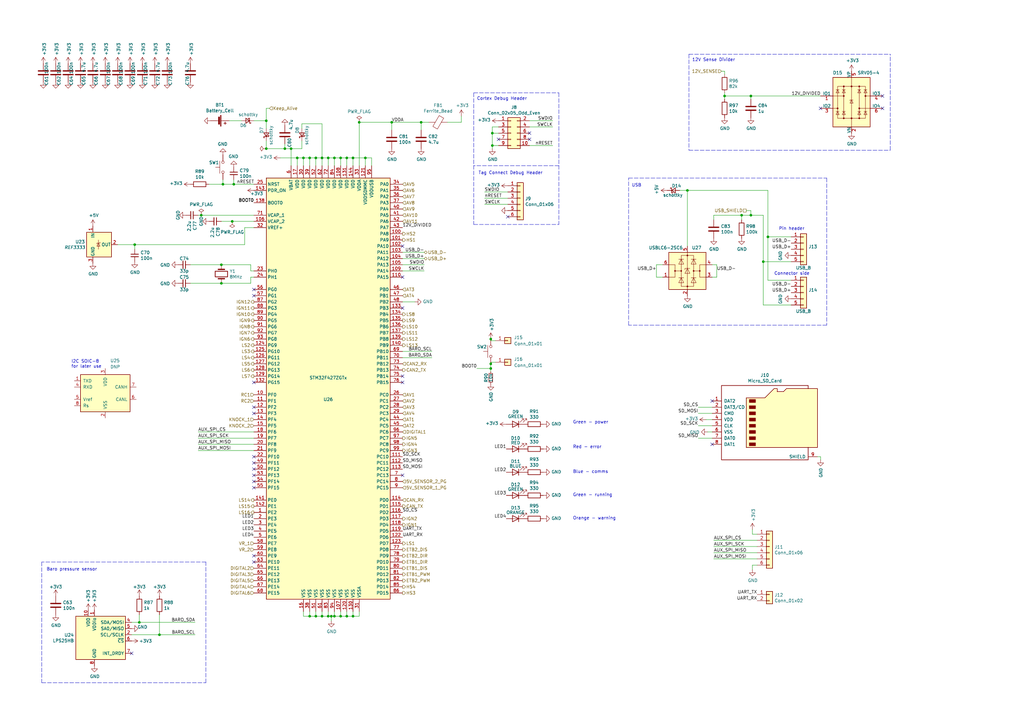
<source format=kicad_sch>
(kicad_sch (version 20211123) (generator eeschema)
  (paper "A3")
  (title_block (title "Polygonus") (date "2023-03-15") (rev "v0.7") (comment 2 "rusefi.com/s/proteus"))
  (junction (at 135.89 252.73))
  (junction (at 172.72 50.165))
  (junction (at 149.86 64.77))
  (junction (at 201.295 139.065))
  (junction (at 137.16 64.77))
  (junction (at 281.94 78.105))
  (junction (at 55.245 100.33))
  (junction (at 134.62 64.77))
  (junction (at 91.44 75.565))
  (junction (at 129.54 252.73))
  (junction (at 134.62 252.73))
  (junction (at 124.46 64.77))
  (junction (at 82.55 88.265))
  (junction (at 144.78 252.73))
  (junction (at 137.16 252.73))
  (junction (at 142.24 252.73))
  (junction (at 307.975 88.265))
  (junction (at 132.08 252.73))
  (junction (at 90.805 116.205))
  (junction (at 201.93 59.69))
  (junction (at 90.805 108.585))
  (junction (at 119.38 60.96))
  (junction (at 314.96 97.155))
  (junction (at 201.93 54.61))
  (junction (at 304.165 88.265))
  (junction (at 144.78 64.77))
  (junction (at 139.7 252.73))
  (junction (at 116.84 60.96))
  (junction (at 129.54 64.77))
  (junction (at 313.055 107.315))
  (junction (at 57.15 255.27))
  (junction (at 147.32 50.165))
  (junction (at 132.08 64.77))
  (junction (at 307.975 39.37))
  (junction (at 160.655 50.165))
  (junction (at 127 64.77))
  (junction (at 142.24 64.77))
  (junction (at 109.22 60.96))
  (junction (at 121.92 64.77))
  (junction (at 127 252.73))
  (junction (at 95.25 90.805))
  (junction (at 109.22 49.53))
  (junction (at 201.295 149.225))
  (junction (at 139.7 64.77))
  (junction (at 65.405 260.35))
  (junction (at 201.295 151.13))
  (junction (at 95.885 75.565))
  (junction (at 297.18 39.37))
  (no_connect (at 292.1 164.465))
  (no_connect (at 104.14 156.845))
  (no_connect (at 165.1 156.845))
  (no_connect (at 104.14 121.285))
  (no_connect (at 361.95 39.37))
  (no_connect (at 217.17 54.61))
  (no_connect (at 104.14 230.505))
  (no_connect (at 336.55 44.45))
  (no_connect (at 104.14 187.325))
  (no_connect (at 53.975 267.97))
  (no_connect (at 104.14 167.005))
  (no_connect (at 204.47 57.15))
  (no_connect (at 361.95 44.45))
  (no_connect (at 104.14 118.745))
  (no_connect (at 104.14 194.945))
  (no_connect (at 165.1 113.665))
  (no_connect (at 104.14 200.025))
  (no_connect (at 104.14 227.965))
  (no_connect (at 165.1 100.965))
  (no_connect (at 165.1 154.305))
  (no_connect (at 104.14 192.405))
  (no_connect (at 165.1 126.365))
  (no_connect (at 104.14 197.485))
  (no_connect (at 292.1 182.245))
  (no_connect (at 104.14 189.865))
  (no_connect (at 165.1 194.945))
  (no_connect (at 217.17 57.15))
  (no_connect (at 104.14 169.545))
  (no_connect (at 208.28 88.9))
  (wire (pts (xy 313.055 88.265) (xy 307.975 88.265)))
  (wire (pts (xy 90.805 108.585) (xy 78.105 108.585)))
  (wire (pts (xy 109.22 44.45) (xy 109.22 49.53)))
  (wire (pts (xy 55.245 100.33) (xy 100.33 100.33)))
  (wire (pts (xy 124.46 64.77) (xy 124.46 67.945)))
  (wire (pts (xy 90.805 90.805) (xy 95.25 90.805)))
  (wire (pts (xy 204.47 54.61) (xy 201.93 54.61)))
  (wire (pts (xy 109.22 49.53) (xy 109.22 52.705)))
  (wire (pts (xy 104.14 111.125) (xy 102.87 111.125)))
  (polyline (pts (xy 339.09 133.35) (xy 257.81 133.35)))
  (wire (pts (xy 139.7 67.945) (xy 139.7 64.77)))
  (wire (pts (xy 124.46 250.825) (xy 124.46 252.73)))
  (wire (pts (xy 313.055 107.315) (xy 324.485 107.315)))
  (wire (pts (xy 57.15 255.27) (xy 80.01 255.27)))
  (polyline (pts (xy 17.145 280.035) (xy 84.455 280.035)))
  (wire (pts (xy 292.735 224.155) (xy 310.515 224.155)))
  (polyline (pts (xy 17.145 230.505) (xy 17.145 280.035)))
  (wire (pts (xy 137.16 67.945) (xy 137.16 64.77)))
  (wire (pts (xy 142.24 252.73) (xy 144.78 252.73)))
  (wire (pts (xy 129.54 64.77) (xy 129.54 67.945)))
  (wire (pts (xy 123.825 57.785) (xy 123.825 60.96)))
  (wire (pts (xy 127 252.73) (xy 129.54 252.73)))
  (wire (pts (xy 297.18 39.37) (xy 307.975 39.37)))
  (wire (pts (xy 116.84 59.055) (xy 116.84 60.96)))
  (polyline (pts (xy 257.81 133.35) (xy 257.81 73.025)))
  (wire (pts (xy 269.24 108.585) (xy 269.24 113.665)))
  (wire (pts (xy 102.87 116.205) (xy 102.87 113.665)))
  (wire (pts (xy 132.08 67.945) (xy 132.08 64.77)))
  (wire (pts (xy 147.32 252.73) (xy 147.32 250.825)))
  (wire (pts (xy 152.4 64.77) (xy 149.86 64.77)))
  (wire (pts (xy 132.08 250.825) (xy 132.08 252.73)))
  (wire (pts (xy 172.72 50.165) (xy 175.895 50.165)))
  (wire (pts (xy 297.18 39.37) (xy 297.18 40.64)))
  (wire (pts (xy 123.825 50.8) (xy 123.825 52.705)))
  (wire (pts (xy 336.55 188.595) (xy 336.55 187.325)))
  (polyline (pts (xy 282.575 61.595) (xy 365.125 61.595)))
  (wire (pts (xy 297.18 29.21) (xy 295.91 29.21)))
  (wire (pts (xy 144.78 252.73) (xy 147.32 252.73)))
  (wire (pts (xy 226.695 59.69) (xy 217.17 59.69)))
  (wire (pts (xy 57.15 252.095) (xy 57.15 255.27)))
  (wire (pts (xy 165.1 146.685) (xy 177.165 146.685)))
  (wire (pts (xy 189.23 50.165) (xy 189.23 47.625)))
  (wire (pts (xy 100.33 93.345) (xy 100.33 100.33)))
  (wire (pts (xy 201.295 148.59) (xy 201.295 149.225)))
  (wire (pts (xy 297.18 30.48) (xy 297.18 29.21)))
  (wire (pts (xy 95.885 75.565) (xy 95.885 73.66)))
  (wire (pts (xy 201.93 59.69) (xy 201.93 54.61)))
  (wire (pts (xy 132.08 64.77) (xy 134.62 64.77)))
  (wire (pts (xy 307.975 39.37) (xy 307.975 40.64)))
  (wire (pts (xy 172.72 50.165) (xy 160.655 50.165)))
  (wire (pts (xy 132.08 252.73) (xy 134.62 252.73)))
  (wire (pts (xy 313.055 107.315) (xy 313.055 88.265)))
  (wire (pts (xy 142.24 64.77) (xy 144.78 64.77)))
  (polyline (pts (xy 365.125 61.595) (xy 365.125 22.225)))
  (wire (pts (xy 104.14 184.785) (xy 81.28 184.785)))
  (polyline (pts (xy 282.575 22.225) (xy 282.575 61.595)))
  (wire (pts (xy 203.2 148.59) (xy 201.295 148.59)))
  (wire (pts (xy 306.07 86.36) (xy 307.975 86.36)))
  (wire (pts (xy 104.14 88.265) (xy 82.55 88.265)))
  (wire (pts (xy 53.975 260.35) (xy 65.405 260.35)))
  (wire (pts (xy 204.47 59.69) (xy 201.93 59.69)))
  (wire (pts (xy 139.7 252.73) (xy 142.24 252.73)))
  (wire (pts (xy 48.26 100.33) (xy 55.245 100.33)))
  (wire (pts (xy 65.405 252.095) (xy 65.405 260.35)))
  (wire (pts (xy 152.4 67.945) (xy 152.4 64.77)))
  (wire (pts (xy 147.32 50.165) (xy 160.655 50.165)))
  (wire (pts (xy 281.94 78.105) (xy 278.765 78.105)))
  (wire (pts (xy 292.1 113.665) (xy 294.005 113.665)))
  (wire (pts (xy 129.54 64.77) (xy 132.08 64.77)))
  (wire (pts (xy 286.385 167.005) (xy 292.1 167.005)))
  (wire (pts (xy 304.165 90.17) (xy 304.165 88.265)))
  (wire (pts (xy 134.62 252.73) (xy 134.62 250.825)))
  (wire (pts (xy 289.56 172.085) (xy 292.1 172.085)))
  (polyline (pts (xy 229.235 67.945) (xy 194.31 67.945)))
  (wire (pts (xy 119.38 60.96) (xy 119.38 67.945)))
  (wire (pts (xy 297.18 38.1) (xy 297.18 39.37)))
  (wire (pts (xy 336.55 187.325) (xy 335.28 187.325)))
  (wire (pts (xy 119.38 60.96) (xy 116.84 60.96)))
  (wire (pts (xy 132.08 50.8) (xy 123.825 50.8)))
  (wire (pts (xy 114.935 64.77) (xy 121.92 64.77)))
  (wire (pts (xy 314.96 114.935) (xy 314.96 97.155)))
  (wire (pts (xy 81.28 179.705) (xy 104.14 179.705)))
  (wire (pts (xy 173.99 103.505) (xy 165.1 103.505)))
  (wire (pts (xy 90.805 108.585) (xy 102.87 108.585)))
  (wire (pts (xy 165.1 106.045) (xy 173.99 106.045)))
  (wire (pts (xy 308.61 233.68) (xy 308.61 231.775)))
  (wire (pts (xy 134.62 252.73) (xy 135.89 252.73)))
  (wire (pts (xy 310.515 229.235) (xy 292.735 229.235)))
  (wire (pts (xy 134.62 67.945) (xy 134.62 64.77)))
  (wire (pts (xy 93.98 49.53) (xy 99.06 49.53)))
  (polyline (pts (xy 194.31 38.1) (xy 194.31 92.075)))
  (wire (pts (xy 142.24 252.73) (xy 142.24 250.825)))
  (wire (pts (xy 201.295 139.7) (xy 201.295 139.065)))
  (wire (pts (xy 95.25 90.805) (xy 104.14 90.805)))
  (wire (pts (xy 104.14 182.245) (xy 81.28 182.245)))
  (wire (pts (xy 281.94 100.965) (xy 281.94 78.105)))
  (wire (pts (xy 170.18 123.825) (xy 165.1 123.825)))
  (wire (pts (xy 144.78 64.77) (xy 144.78 67.945)))
  (wire (pts (xy 65.405 260.35) (xy 80.01 260.35)))
  (wire (pts (xy 201.93 54.61) (xy 201.93 52.07)))
  (wire (pts (xy 313.055 125.095) (xy 324.485 125.095)))
  (wire (pts (xy 203.2 139.7) (xy 201.295 139.7)))
  (wire (pts (xy 127 64.77) (xy 127 67.945)))
  (wire (pts (xy 78.105 116.205) (xy 90.805 116.205)))
  (wire (pts (xy 292.735 221.615) (xy 310.515 221.615)))
  (wire (pts (xy 292.735 88.265) (xy 292.735 90.17)))
  (wire (pts (xy 82.55 88.265) (xy 81.28 88.265)))
  (wire (pts (xy 269.24 113.665) (xy 271.78 113.665)))
  (wire (pts (xy 324.485 97.155) (xy 314.96 97.155)))
  (wire (pts (xy 127 64.77) (xy 129.54 64.77)))
  (wire (pts (xy 116.84 60.96) (xy 109.22 60.96)))
  (polyline (pts (xy 194.31 92.075) (xy 229.235 92.075)))
  (polyline (pts (xy 282.575 22.225) (xy 365.125 22.225)))
  (wire (pts (xy 201.93 59.69) (xy 201.93 60.96)))
  (wire (pts (xy 121.92 64.77) (xy 124.46 64.77)))
  (wire (pts (xy 102.87 111.125) (xy 102.87 108.585)))
  (wire (pts (xy 286.385 169.545) (xy 292.1 169.545)))
  (polyline (pts (xy 257.81 73.025) (xy 339.09 73.025)))
  (wire (pts (xy 81.28 177.165) (xy 104.14 177.165)))
  (wire (pts (xy 314.96 78.105) (xy 281.94 78.105)))
  (wire (pts (xy 290.195 177.165) (xy 292.1 177.165)))
  (wire (pts (xy 160.655 50.165) (xy 160.655 53.34)))
  (wire (pts (xy 100.33 93.345) (xy 104.14 93.345)))
  (wire (pts (xy 201.93 52.07) (xy 204.47 52.07)))
  (wire (pts (xy 208.28 83.82) (xy 198.755 83.82)))
  (wire (pts (xy 132.08 64.77) (xy 132.08 50.8)))
  (wire (pts (xy 308.61 219.075) (xy 310.515 219.075)))
  (polyline (pts (xy 84.455 280.035) (xy 84.455 230.505)))
  (wire (pts (xy 294.005 108.585) (xy 294.005 113.665)))
  (wire (pts (xy 104.14 49.53) (xy 109.22 49.53)))
  (wire (pts (xy 314.96 97.155) (xy 314.96 78.105)))
  (wire (pts (xy 55.245 100.33) (xy 55.245 102.235)))
  (wire (pts (xy 307.975 39.37) (xy 336.55 39.37)))
  (wire (pts (xy 324.485 114.935) (xy 314.96 114.935)))
  (wire (pts (xy 201.295 151.13) (xy 201.295 149.225)))
  (wire (pts (xy 135.89 254.635) (xy 135.89 252.73)))
  (wire (pts (xy 147.32 50.165) (xy 147.32 67.945)))
  (wire (pts (xy 129.54 252.73) (xy 132.08 252.73)))
  (wire (pts (xy 95.885 75.565) (xy 104.14 75.565)))
  (wire (pts (xy 292.1 108.585) (xy 294.005 108.585)))
  (wire (pts (xy 137.16 250.825) (xy 137.16 252.73)))
  (wire (pts (xy 217.17 49.53) (xy 226.695 49.53)))
  (wire (pts (xy 183.515 50.165) (xy 189.23 50.165)))
  (wire (pts (xy 217.17 52.07) (xy 226.695 52.07)))
  (wire (pts (xy 304.165 88.265) (xy 292.735 88.265)))
  (wire (pts (xy 142.24 64.77) (xy 142.24 67.945)))
  (wire (pts (xy 139.7 250.825) (xy 139.7 252.73)))
  (wire (pts (xy 123.825 60.96) (xy 119.38 60.96)))
  (wire (pts (xy 129.54 250.825) (xy 129.54 252.73)))
  (wire (pts (xy 121.92 64.77) (xy 121.92 67.945)))
  (wire (pts (xy 53.975 255.27) (xy 57.15 255.27)))
  (wire (pts (xy 173.99 108.585) (xy 165.1 108.585)))
  (wire (pts (xy 109.22 60.96) (xy 109.22 57.785)))
  (wire (pts (xy 286.385 174.625) (xy 292.1 174.625)))
  (wire (pts (xy 269.24 108.585) (xy 271.78 108.585)))
  (polyline (pts (xy 194.31 38.1) (xy 229.235 38.1)))
  (wire (pts (xy 310.515 226.695) (xy 292.735 226.695)))
  (wire (pts (xy 286.385 179.705) (xy 292.1 179.705)))
  (wire (pts (xy 102.87 113.665) (xy 104.14 113.665)))
  (wire (pts (xy 134.62 64.77) (xy 137.16 64.77)))
  (wire (pts (xy 135.89 252.73) (xy 137.16 252.73)))
  (polyline (pts (xy 229.235 38.1) (xy 229.235 92.075)))
  (wire (pts (xy 172.72 53.34) (xy 172.72 50.165)))
  (wire (pts (xy 308.61 231.775) (xy 310.515 231.775)))
  (wire (pts (xy 308.61 217.17) (xy 308.61 219.075)))
  (wire (pts (xy 201.295 152.4) (xy 201.295 151.13)))
  (wire (pts (xy 173.99 111.125) (xy 165.1 111.125)))
  (wire (pts (xy 149.86 64.77) (xy 149.86 67.945)))
  (wire (pts (xy 91.44 73.66) (xy 91.44 75.565)))
  (wire (pts (xy 90.805 116.205) (xy 102.87 116.205)))
  (wire (pts (xy 91.44 75.565) (xy 95.885 75.565)))
  (polyline (pts (xy 339.09 73.025) (xy 339.09 133.35)))
  (wire (pts (xy 85.725 75.565) (xy 91.44 75.565)))
  (wire (pts (xy 177.165 144.145) (xy 165.1 144.145)))
  (wire (pts (xy 137.16 252.73) (xy 139.7 252.73)))
  (wire (pts (xy 313.055 107.315) (xy 313.055 125.095)))
  (wire (pts (xy 144.78 252.73) (xy 144.78 250.825)))
  (wire (pts (xy 139.7 64.77) (xy 142.24 64.77)))
  (wire (pts (xy 124.46 64.77) (xy 127 64.77)))
  (wire (pts (xy 307.975 88.265) (xy 304.165 88.265)))
  (polyline (pts (xy 84.455 230.505) (xy 17.145 230.505)))
  (wire (pts (xy 127 252.73) (xy 127 250.825)))
  (wire (pts (xy 110.49 44.45) (xy 109.22 44.45)))
  (wire (pts (xy 137.16 64.77) (xy 139.7 64.77)))
  (wire (pts (xy 198.755 81.28) (xy 208.28 81.28)))
  (wire (pts (xy 144.78 64.77) (xy 149.86 64.77)))
  (wire (pts (xy 201.295 151.13) (xy 195.58 151.13)))
  (wire (pts (xy 208.28 78.74) (xy 198.755 78.74)))
  (wire (pts (xy 124.46 252.73) (xy 127 252.73)))
  (wire (pts (xy 307.975 86.36) (xy 307.975 88.265)))
  (text "12V Sense Divider" (at 283.845 25.4 0) (effects (font (size 1.27 1.27)) (justify left bottom)))
  (text "Green - running" (at 234.95 203.835 0) (effects (font (size 1.27 1.27)) (justify left bottom)))
  (text "Green - power" (at 234.95 173.99 0) (effects (font (size 1.27 1.27)) (justify left bottom)))
  (text "Red - error" (at 234.95 184.15 0) (effects (font (size 1.27 1.27)) (justify left bottom)))
  (text "USB" (at 259.08 76.835 0) (effects (font (size 1.27 1.27)) (justify left bottom)))
  (text "Tag Connect Debug Header" (at 196.215 71.755 0) (effects (font (size 1.27 1.27)) (justify left bottom)))
  (text "Blue - comms" (at 234.95 194.31 0) (effects (font (size 1.27 1.27)) (justify left bottom)))
  (text "Orange - warning" (at 234.95 213.36 0) (effects (font (size 1.27 1.27)) (justify left bottom)))
  (text "Connector side" (at 317.5 113.03 0) (effects (font (size 1.27 1.27)) (justify left bottom)))
  (text "Pin header" (at 319.405 94.615 0) (effects (font (size 1.27 1.27)) (justify left bottom)))
  (text "Cortex Debug Header" (at 195.58 41.275 0) (effects (font (size 1.27 1.27)) (justify left bottom)))
  (text "Baro pressure sensor" (at 19.05 234.315 0) (effects (font (size 1.27 1.27)) (justify left bottom)))
  (text "I2C SOIC-8 \nfor later use" (at 29.21 151.13 0) (effects (font (size 1.27 1.27)) (justify left bottom)))
  (label "UART_RX" (at 310.515 246.38 180))
  (label "UART_TX" (at 165.1 217.805 0))
  (label "AUX_SPI_MISO" (at 292.735 226.695 0))
  (label "12V_DIVIDED" (at 165.1 93.345 0))
  (label "USB_D+" (at 173.99 106.045 180))
  (label "USB_D-" (at 324.485 99.695 180))
  (label "BARO_SCL" (at 80.01 260.35 180))
  (label "SD_SCK" (at 286.385 174.625 180))
  (label "SD_SCK" (at 165.1 187.325 0))
  (label "AUX_SPI_CS" (at 81.28 177.165 0))
  (label "BOOT0" (at 195.58 151.13 180))
  (label "SD_CS" (at 165.1 210.185 0))
  (label "LED4" (at 104.14 220.345 180))
  (label "USB_D+" (at 324.485 102.235 180))
  (label "SWDIO" (at 226.695 49.53 180))
  (label "SD_MOSI" (at 165.1 192.405 0))
  (label "SWDIO" (at 173.99 108.585 180))
  (label "USB_D+" (at 324.485 120.015 180))
  (label "LED1" (at 207.645 184.15 180))
  (label "AUX_SPI_MOSI" (at 292.735 229.235 0))
  (label "LED2" (at 104.14 215.265 180))
  (label "SD_MOSI" (at 286.385 169.545 180))
  (label "BARO_SDA" (at 80.01 255.27 180))
  (label "BARO_SDA" (at 177.165 146.685 180))
  (label "LED3" (at 207.645 203.2 180))
  (label "nRESET" (at 198.755 81.28 0))
  (label "SWCLK" (at 226.695 52.07 180))
  (label "VDDA" (at 160.655 50.165 0))
  (label "SWCLK" (at 198.755 83.82 0))
  (label "nRESET" (at 97.155 75.565 0))
  (label "AUX_SPI_MISO" (at 81.28 182.245 0))
  (label "BOOT0" (at 104.14 83.185 180))
  (label "USB_D-" (at 173.99 103.505 180))
  (label "USB_D-" (at 324.485 117.475 180))
  (label "BARO_SCL" (at 177.165 144.145 180))
  (label "SWCLK" (at 173.99 111.125 180))
  (label "nRESET" (at 226.695 59.69 180))
  (label "USB_D-" (at 294.005 111.125 0))
  (label "LED1" (at 104.14 212.725 180))
  (label "SD_CS" (at 286.385 167.005 180))
  (label "BOOT0" (at 104.14 83.185 180))
  (label "AUX_SPI_SCK" (at 292.735 224.155 0))
  (label "AUX_SPI_MOSI" (at 81.28 184.785 0))
  (label "12V_DIVIDED" (at 336.55 39.37 180))
  (label "SWDIO" (at 198.755 78.74 0))
  (label "USB_D+" (at 269.24 111.125 180))
  (label "UART_TX" (at 310.515 243.84 180))
  (label "LED3" (at 104.14 217.805 180))
  (label "AUX_SPI_CS" (at 292.735 221.615 0))
  (label "LED2" (at 207.645 193.675 180))
  (label "AUX_SPI_SCK" (at 81.28 179.705 0))
  (label "LED4" (at 207.645 212.725 180))
  (label "UART_RX" (at 165.1 220.345 0))
  (label "SD_MISO" (at 165.1 189.865 0))
  (label "SD_MISO" (at 286.385 179.705 180))
  (hierarchical_label "DIGITAL1" (shape input) (at 165.1 177.165 0))
  (hierarchical_label "KNOCK_2" (shape input) (at 104.14 174.625 180))
  (hierarchical_label "AT3" (shape input) (at 165.1 118.745 0))
  (hierarchical_label "LS7" (shape output) (at 104.14 154.305 180))
  (hierarchical_label "IGN1" (shape output) (at 165.1 215.265 0))
  (hierarchical_label "AV10" (shape input) (at 165.1 88.265 0))
  (hierarchical_label "5V_SENSOR_2_PG" (shape input) (at 165.1 197.485 0))
  (hierarchical_label "ETB1_DIS" (shape output) (at 165.1 233.045 0))
  (hierarchical_label "IGN11" (shape output) (at 104.14 126.365 180))
  (hierarchical_label "DIGITAL4" (shape input) (at 104.14 240.665 180))
  (hierarchical_label "AV6" (shape input) (at 165.1 78.105 0))
  (hierarchical_label "AV3" (shape input) (at 165.1 167.005 0))
  (hierarchical_label "AV8" (shape input) (at 165.1 83.185 0))
  (hierarchical_label "IGN6" (shape output) (at 104.14 139.065 180))
  (hierarchical_label "AV4" (shape input) (at 165.1 169.545 0))
  (hierarchical_label "AT4" (shape input) (at 165.1 121.285 0))
  (hierarchical_label "AV7" (shape input) (at 165.1 80.645 0))
  (hierarchical_label "DIGITAL5" (shape input) (at 104.14 238.125 180))
  (hierarchical_label "LS4" (shape output) (at 104.14 146.685 180))
  (hierarchical_label "IGN2" (shape output) (at 165.1 212.725 0))
  (hierarchical_label "ETB1_DIR" (shape output) (at 165.1 230.505 0))
  (hierarchical_label "CAN2_TX" (shape output) (at 165.1 151.765 0))
  (hierarchical_label "IGN10" (shape output) (at 104.14 128.905 180))
  (hierarchical_label "IGN5" (shape output) (at 165.1 179.705 0))
  (hierarchical_label "LS5" (shape output) (at 104.14 149.225 180))
  (hierarchical_label "CAN_RX" (shape input) (at 165.1 205.105 0))
  (hierarchical_label "RC1" (shape input) (at 104.14 161.925 180))
  (hierarchical_label "IGN12" (shape output) (at 104.14 123.825 180))
  (hierarchical_label "LS13" (shape output) (at 165.1 141.605 0))
  (hierarchical_label "HS4" (shape output) (at 165.1 240.665 0))
  (hierarchical_label "USB_D-" (shape bidirectional) (at 173.99 103.505 0))
  (hierarchical_label "AV11" (shape input) (at 165.1 90.805 0))
  (hierarchical_label "HS2" (shape output) (at 165.1 95.885 0))
  (hierarchical_label "USB_D+" (shape bidirectional) (at 173.99 106.045 0))
  (hierarchical_label "LS15" (shape output) (at 104.14 207.645 180))
  (hierarchical_label "LS8" (shape output) (at 165.1 128.905 0))
  (hierarchical_label "HS1" (shape output) (at 165.1 98.425 0))
  (hierarchical_label "DIGITAL6" (shape input) (at 104.14 243.205 180))
  (hierarchical_label "IGN3" (shape output) (at 165.1 184.785 0))
  (hierarchical_label "VR_2" (shape input) (at 104.14 225.425 180))
  (hierarchical_label "CAN2_RX" (shape input) (at 165.1 149.225 0))
  (hierarchical_label "LS11" (shape output) (at 165.1 136.525 0))
  (hierarchical_label "KNOCK_1" (shape input) (at 104.14 172.085 180))
  (hierarchical_label "LS6" (shape output) (at 104.14 151.765 180))
  (hierarchical_label "CAN_TX" (shape output) (at 165.1 207.645 0))
  (hierarchical_label "ETB2_DIS" (shape output) (at 165.1 225.425 0))
  (hierarchical_label "LS14" (shape output) (at 104.14 205.105 180))
  (hierarchical_label "12V_SENSE" (shape input) (at 295.91 29.21 180))
  (hierarchical_label "LS1" (shape output) (at 165.1 222.885 0))
  (hierarchical_label "LS9" (shape output) (at 165.1 131.445 0))
  (hierarchical_label "IGN9" (shape output) (at 104.14 131.445 180))
  (hierarchical_label "AV5" (shape input) (at 165.1 75.565 0))
  (hierarchical_label "LS12" (shape output) (at 165.1 139.065 0))
  (hierarchical_label "LS2" (shape output) (at 104.14 141.605 180))
  (hierarchical_label "AV2" (shape input) (at 165.1 164.465 0))
  (hierarchical_label "HS3" (shape output) (at 165.1 243.205 0))
  (hierarchical_label "DIGITAL2" (shape input) (at 104.14 233.045 180))
  (hierarchical_label "Keep_Alive" (shape input) (at 110.49 44.45 0))
  (hierarchical_label "LS16" (shape output) (at 104.14 210.185 180))
  (hierarchical_label "5V_SENSOR_1_PG" (shape input) (at 165.1 200.025 0))
  (hierarchical_label "VR_1" (shape input) (at 104.14 222.885 180))
  (hierarchical_label "AT2" (shape input) (at 165.1 174.625 0))
  (hierarchical_label "IGN8" (shape output) (at 104.14 133.985 180))
  (hierarchical_label "IGN7" (shape output) (at 104.14 136.525 180))
  (hierarchical_label "ETB2_PWM" (shape output) (at 165.1 238.125 0))
  (hierarchical_label "LS3" (shape output) (at 104.14 144.145 180))
  (hierarchical_label "RC2" (shape input) (at 104.14 164.465 180))
  (hierarchical_label "USB_SHIELD" (shape passive) (at 306.07 86.36 180))
  (hierarchical_label "ETB2_DIR" (shape output) (at 165.1 227.965 0))
  (hierarchical_label "LS10" (shape output) (at 165.1 133.985 0))
  (hierarchical_label "IGN4" (shape output) (at 165.1 182.245 0))
  (hierarchical_label "AV1" (shape input) (at 165.1 161.925 0))
  (hierarchical_label "ETB1_PWM" (shape output) (at 165.1 235.585 0))
  (hierarchical_label "AT1" (shape input) (at 165.1 172.085 0))
  (hierarchical_label "AV9" (shape input) (at 165.1 85.725 0))
  (hierarchical_label "DIGITAL3" (shape input) (at 104.14 235.585 180))
  (symbol (lib_id "MCU_ST_STM32F7:STM32F767ZITx") (at 134.62 159.385 0) (unit 1)
    (property "Reference" "U26" (at 134.62 163.83 0))
    (property "Value" "STM32F427ZGTx" (at 134.62 154.94 0))
    (property "Footprint" "Package_QFP:LQFP-144_20x20mm_P0.5mm" (effects hide))
    (property "Datasheet" "http://www.st.com/st-web-ui/static/active/en/resource/technical/document/datasheet/DM00273119.pdf" (effects hide))
    (property "PN" "STM32F767ZIT6" (effects hide))
    (property "LCSC" "C117816" (effects hide))
  )
  (symbol (lib_id "Device:C") (at 43.18 29.845 0) (mirror x) (unit 1)
    (property "Reference" "C67" (at 44.45 31.115 90) (effects (justify left)))
    (property "Value" "100n" (at 44.45 25.4 90) (effects (justify left)))
    (property "Footprint" "Capacitor_SMD:C_0603_1608Metric" (effects hide))
    (property "LCSC" "C14663" (effects hide))
    (property "LCSC_ext" "0" (effects hide))
  )
  (symbol (lib_id "Device:C") (at 48.26 29.845 0) (mirror x) (unit 1)
    (property "Reference" "C68" (at 49.53 31.115 90) (effects (justify left)))
    (property "Value" "100n" (at 49.53 25.4 90) (effects (justify left)))
    (property "Footprint" "Capacitor_SMD:C_0603_1608Metric" (effects hide))
    (property "LCSC" "C14663" (effects hide))
    (property "LCSC_ext" "0" (effects hide))
  )
  (symbol (lib_id "Device:C") (at 53.34 29.845 0) (mirror x) (unit 1)
    (property "Reference" "C69" (at 54.61 31.115 90) (effects (justify left)))
    (property "Value" "100n" (at 54.61 25.4 90) (effects (justify left)))
    (property "Footprint" "Capacitor_SMD:C_0603_1608Metric" (effects hide))
    (property "LCSC" "C14663" (effects hide))
    (property "LCSC_ext" "0" (effects hide))
  )
  (symbol (lib_id "Device:C") (at 58.42 29.845 0) (mirror x) (unit 1)
    (property "Reference" "C71" (at 59.69 31.115 90) (effects (justify left)))
    (property "Value" "100n" (at 59.69 25.4 90) (effects (justify left)))
    (property "Footprint" "Capacitor_SMD:C_0603_1608Metric" (effects hide))
    (property "LCSC" "C14663" (effects hide))
    (property "LCSC_ext" "0" (effects hide))
  )
  (symbol (lib_id "Device:C") (at 63.5 29.845 0) (mirror x) (unit 1)
    (property "Reference" "C72" (at 64.77 31.115 90) (effects (justify left)))
    (property "Value" "4.7u" (at 64.77 25.4 90) (effects (justify left)))
    (property "Footprint" "Capacitor_SMD:C_0603_1608Metric" (effects hide))
    (property "PN" "CGA3E2X7R1H103M080AA" (effects hide))
    (property "LCSC" "C19666" (effects hide))
    (property "LCSC_ext" "0" (effects hide))
  )
  (symbol (lib_id "Device:C") (at 68.58 29.845 0) (mirror x) (unit 1)
    (property "Reference" "C73" (at 69.85 31.115 90) (effects (justify left)))
    (property "Value" "100n" (at 69.85 25.4 90) (effects (justify left)))
    (property "Footprint" "Capacitor_SMD:C_0603_1608Metric" (effects hide))
    (property "LCSC" "C14663" (effects hide))
    (property "LCSC_ext" "0" (effects hide))
  )
  (symbol (lib_id "power:GND") (at 22.86 33.655 0) (mirror y) (unit 1)
    (property "Reference" "#PWR0145" (effects hide))
    (property "Value" "GND" (effects hide))
  )
  (symbol (lib_id "power:GND") (at 27.94 33.655 0) (mirror y) (unit 1)
    (property "Reference" "#PWR0149" (effects hide))
    (property "Value" "GND" (effects hide))
  )
  (symbol (lib_id "power:GND") (at 33.02 33.655 0) (mirror y) (unit 1)
    (property "Reference" "#PWR0151" (effects hide))
    (property "Value" "GND" (effects hide))
  )
  (symbol (lib_id "power:GND") (at 38.1 33.655 0) (mirror y) (unit 1)
    (property "Reference" "#PWR0154" (effects hide))
    (property "Value" "GND" (effects hide))
  )
  (symbol (lib_id "power:GND") (at 43.18 33.655 0) (mirror y) (unit 1)
    (property "Reference" "#PWR0160" (effects hide))
    (property "Value" "GND" (effects hide))
  )
  (symbol (lib_id "power:GND") (at 48.26 33.655 0) (mirror y) (unit 1)
    (property "Reference" "#PWR0162" (effects hide))
    (property "Value" "GND" (effects hide))
  )
  (symbol (lib_id "power:GND") (at 53.34 33.655 0) (mirror y) (unit 1)
    (property "Reference" "#PWR0164" (effects hide))
    (property "Value" "GND" (effects hide))
  )
  (symbol (lib_id "power:GND") (at 58.42 33.655 0) (mirror y) (unit 1)
    (property "Reference" "#PWR0170" (effects hide))
    (property "Value" "GND" (effects hide))
  )
  (symbol (lib_id "power:GND") (at 63.5 33.655 0) (mirror y) (unit 1)
    (property "Reference" "#PWR0172" (effects hide))
    (property "Value" "GND" (effects hide))
  )
  (symbol (lib_id "power:GND") (at 68.58 33.655 0) (mirror y) (unit 1)
    (property "Reference" "#PWR0175" (effects hide))
    (property "Value" "GND" (effects hide))
  )
  (symbol (lib_id "Device:C") (at 78.105 29.845 180) (unit 1)
    (property "Reference" "C76" (at 76.835 31.115 90) (effects (justify left)))
    (property "Value" "4.7u" (at 76.835 25.4 90) (effects (justify left)))
    (property "Footprint" "Capacitor_SMD:C_0603_1608Metric" (effects hide))
    (property "PN" "CGA3E2X7R1H103M080AA" (effects hide))
    (property "LCSC" "C19666" (effects hide))
    (property "LCSC_ext" "0" (effects hide))
  )
  (symbol (lib_id "power:GND") (at 78.105 33.655 0) (unit 1)
    (property "Reference" "#PWR0180" (effects hide))
    (property "Value" "GND" (effects hide))
  )
  (symbol (lib_id "Device:LED") (at 211.455 173.99 180) (unit 1)
    (property "Reference" "D9" (at 211.455 168.91 0))
    (property "Value" "GREEN" (at 211.455 170.815 0))
    (property "Footprint" "LED_SMD:LED_0603_1608Metric_Castellated" (effects hide))
    (property "LCSC" "C72043" (effects hide))
    (property "LCSC_ext" "0" (effects hide))
  )
  (symbol (lib_id "power:+3.3V") (at 207.645 173.99 90) (unit 1)
    (property "Reference" "#PWR0198" (effects hide))
    (property "Value" "+3.3V" (at 204.3938 173.609 90) (effects (justify left)))
  )
  (symbol (lib_id "Device:R") (at 219.075 173.99 270) (unit 1)
    (property "Reference" "R91" (at 219.075 168.7322 90))
    (property "Value" "330" (at 219.075 171.0436 90))
    (property "Footprint" "Resistor_SMD:R_0402_1005Metric" (effects hide))
    (property "LCSC" "C25104" (effects hide))
  )
  (symbol (lib_id "power:GND") (at 222.885 173.99 90) (unit 1)
    (property "Reference" "#PWR0201" (effects hide))
    (property "Value" "GND" (at 226.1362 173.863 90) (effects (justify right)))
  )
  (symbol (lib_id "Switch:SW_Push") (at 91.44 68.58 90) (unit 1)
    (property "Reference" "SW1" (at 85.725 66.675 90) (effects (justify right)))
    (property "Value" "SW_Push" (effects hide))
    (property "Footprint" "Button_Switch_SMD:SW_SPST_EVQQ2" (effects hide))
    (property "LCSC" "C318887" (effects hide))
    (property "LCSC_ext" "1" (effects hide))
  )
  (symbol (lib_id "power:GND") (at 91.44 63.5 180) (unit 1)
    (property "Reference" "#PWR0184" (effects hide))
    (property "Value" "GND" (at 91.313 59.1058 0))
  )
  (symbol (lib_id "power:+3.3V") (at 104.14 78.105 90) (unit 1)
    (property "Reference" "#PWR0186" (effects hide))
    (property "Value" "+3.3V" (at 107.95 79.375 90) (effects (justify left)))
  )
  (symbol (lib_id "power:GND") (at 135.89 254.635 0) (unit 1)
    (property "Reference" "#PWR0189" (effects hide))
    (property "Value" "GND" (at 136.017 259.0292 0))
  )
  (symbol (lib_id "power:+3.3V") (at 114.935 64.77 90) (unit 1)
    (property "Reference" "#PWR0187" (effects hide))
    (property "Value" "+3.3V" (at 111.6838 64.389 90) (effects (justify left)))
  )
  (symbol (lib_id "Device:Ferrite_Bead") (at 179.705 50.165 270) (unit 1)
    (property "Reference" "FB1" (at 179.705 43.2054 90))
    (property "Value" "Ferrite_Bead" (at 179.705 45.5168 90))
    (property "Footprint" "Inductor_SMD:L_0805_2012Metric" (effects hide))
    (property "LCSC" "C1015" (effects hide))
    (property "LCSC_ext" "0" (effects hide))
  )
  (symbol (lib_id "Device:C") (at 172.72 57.15 0) (unit 1)
    (property "Reference" "C82" (at 175.641 55.9816 0) (effects (justify left)))
    (property "Value" "4.7u" (at 175.641 58.293 0) (effects (justify left)))
    (property "Footprint" "Capacitor_SMD:C_0603_1608Metric" (effects hide))
    (property "LCSC" "C19666" (effects hide))
    (property "LCSC_ext" "0" (effects hide))
  )
  (symbol (lib_id "Device:C") (at 160.655 57.15 0) (unit 1)
    (property "Reference" "C81" (at 163.576 55.9816 0) (effects (justify left)))
    (property "Value" "100n" (at 163.576 58.293 0) (effects (justify left)))
    (property "Footprint" "Capacitor_SMD:C_0603_1608Metric" (effects hide))
    (property "LCSC" "C14663" (effects hide))
    (property "LCSC_ext" "0" (effects hide))
  )
  (symbol (lib_id "power:GND") (at 160.655 60.96 0) (unit 1)
    (property "Reference" "#PWR0190" (effects hide))
    (property "Value" "GND" (at 160.782 65.3542 0))
  )
  (symbol (lib_id "power:GND") (at 172.72 60.96 0) (unit 1)
    (property "Reference" "#PWR0192" (effects hide))
    (property "Value" "GND" (at 172.847 65.3542 0))
  )
  (symbol (lib_id "Device:C") (at 17.78 29.845 0) (mirror x) (unit 1)
    (property "Reference" "C61" (at 19.05 31.115 90) (effects (justify left)))
    (property "Value" "100n" (at 19.05 25.4 90) (effects (justify left)))
    (property "Footprint" "Capacitor_SMD:C_0603_1608Metric" (effects hide))
    (property "LCSC" "C14663" (effects hide))
    (property "LCSC_ext" "0" (effects hide))
  )
  (symbol (lib_id "Device:C") (at 22.86 29.845 0) (mirror x) (unit 1)
    (property "Reference" "C62" (at 24.13 31.115 90) (effects (justify left)))
    (property "Value" "100n" (at 24.13 25.4 90) (effects (justify left)))
    (property "Footprint" "Capacitor_SMD:C_0603_1608Metric" (effects hide))
    (property "LCSC" "C14663" (effects hide))
    (property "LCSC_ext" "0" (effects hide))
  )
  (symbol (lib_id "Device:C") (at 27.94 29.845 0) (mirror x) (unit 1)
    (property "Reference" "C64" (at 29.21 31.115 90) (effects (justify left)))
    (property "Value" "100n" (at 29.21 25.4 90) (effects (justify left)))
    (property "Footprint" "Capacitor_SMD:C_0603_1608Metric" (effects hide))
    (property "LCSC" "C14663" (effects hide))
    (property "LCSC_ext" "0" (effects hide))
  )
  (symbol (lib_id "Device:C") (at 33.02 29.845 0) (mirror x) (unit 1)
    (property "Reference" "C65" (at 34.29 31.115 90) (effects (justify left)))
    (property "Value" "4.7u" (at 34.29 25.4 90) (effects (justify left)))
    (property "Footprint" "Capacitor_SMD:C_0603_1608Metric" (effects hide))
    (property "PN" "CGA3E2X7R1H103M080AA" (effects hide))
    (property "LCSC" "C19666" (effects hide))
    (property "LCSC_ext" "0" (effects hide))
  )
  (symbol (lib_id "Device:C") (at 38.1 29.845 0) (mirror x) (unit 1)
    (property "Reference" "C66" (at 39.37 31.115 90) (effects (justify left)))
    (property "Value" "4.7u" (at 39.37 25.4 90) (effects (justify left)))
    (property "Footprint" "Capacitor_SMD:C_0603_1608Metric" (effects hide))
    (property "PN" "CGA3E2X7R1H103M080AA" (effects hide))
    (property "LCSC" "C19666" (effects hide))
    (property "LCSC_ext" "0" (effects hide))
  )
  (symbol (lib_id "power:GND") (at 17.78 33.655 0) (mirror y) (unit 1)
    (property "Reference" "#PWR0143" (effects hide))
    (property "Value" "GND" (effects hide))
  )
  (symbol (lib_id "Device:C_Small") (at 55.245 104.775 0) (unit 1)
    (property "Reference" "C70" (at 57.5818 103.6066 0) (effects (justify left)))
    (property "Value" "100n" (at 57.5818 105.918 0) (effects (justify left)))
    (property "Footprint" "Capacitor_SMD:C_0603_1608Metric" (effects hide))
    (property "LCSC" "C14663" (effects hide))
    (property "LCSC_ext" "0" (effects hide))
  )
  (symbol (lib_id "Device:C_Small") (at 88.265 90.805 270) (unit 1)
    (property "Reference" "C78" (at 89.4334 93.1418 0) (effects (justify left)))
    (property "Value" "2.2u" (at 87.122 93.1418 0) (effects (justify left)))
    (property "Footprint" "Capacitor_SMD:C_0603_1608Metric" (effects hide))
    (property "LCSC" "C23630" (effects hide))
    (property "LCSC_ext" "0" (effects hide))
  )
  (symbol (lib_id "Device:C_Small") (at 78.74 88.265 270) (unit 1)
    (property "Reference" "C77" (at 79.9084 90.6018 0) (effects (justify left)))
    (property "Value" "2.2u" (at 77.597 90.6018 0) (effects (justify left)))
    (property "Footprint" "Capacitor_SMD:C_0603_1608Metric" (effects hide))
    (property "LCSC" "C23630" (effects hide))
    (property "LCSC_ext" "0" (effects hide))
  )
  (symbol (lib_id "power:GND") (at 85.725 90.805 270) (unit 1)
    (property "Reference" "#PWR0182" (effects hide))
    (property "Value" "GND" (at 82.55 90.805 0))
  )
  (symbol (lib_id "power:GND") (at 76.2 88.265 270) (unit 1)
    (property "Reference" "#PWR0178" (effects hide))
    (property "Value" "GND" (at 73.025 88.265 0))
  )
  (symbol (lib_id "power:+3.3V") (at 189.23 47.625 0) (unit 1)
    (property "Reference" "#PWR0193" (effects hide))
    (property "Value" "+3.3V" (at 189.611 43.2308 0))
  )
  (symbol (lib_id "Device:C_Small") (at 95.885 71.12 0) (unit 1)
    (property "Reference" "C79" (at 98.2218 69.9516 0) (effects (justify left)))
    (property "Value" "100n" (at 98.2218 72.263 0) (effects (justify left)))
    (property "Footprint" "Capacitor_SMD:C_0603_1608Metric" (effects hide))
    (property "LCSC" "C14663" (effects hide))
    (property "LCSC_ext" "0" (effects hide))
  )
  (symbol (lib_id "Device:R") (at 81.915 75.565 270) (unit 1)
    (property "Reference" "R89" (at 81.915 70.3072 90))
    (property "Value" "10k" (at 81.915 72.6186 90))
    (property "Footprint" "Resistor_SMD:R_0402_1005Metric" (effects hide))
    (property "LCSC" "C25744" (effects hide))
    (property "LCSC_ext" "0" (effects hide))
  )
  (symbol (lib_id "power:+3.3V") (at 78.105 75.565 90) (unit 1)
    (property "Reference" "#PWR0181" (effects hide))
    (property "Value" "+3.3V" (at 74.8538 75.184 90) (effects (justify left)))
  )
  (symbol (lib_id "power:GND") (at 95.885 68.58 180) (unit 1)
    (property "Reference" "#PWR0185" (effects hide))
    (property "Value" "GND" (at 95.758 64.1858 0))
  )
  (symbol (lib_id "Device:C_Small") (at 75.565 108.585 270) (unit 1)
    (property "Reference" "C74" (at 75.565 106.045 90))
    (property "Value" "33p" (at 75.565 111.125 90))
    (property "Footprint" "Capacitor_SMD:C_0402_1005Metric" (effects hide))
    (property "LCSC" "C1562" (effects hide))
    (property "LCSC_ext" "0" (effects hide))
  )
  (symbol (lib_id "Device:C_Small") (at 75.565 116.205 270) (unit 1)
    (property "Reference" "C75" (at 75.565 113.665 90))
    (property "Value" "33p" (at 75.565 118.745 90))
    (property "Footprint" "Capacitor_SMD:C_0402_1005Metric" (effects hide))
    (property "LCSC" "C1562" (effects hide))
    (property "LCSC_ext" "0" (effects hide))
  )
  (symbol (lib_id "power:GND") (at 73.025 108.585 270) (unit 1)
    (property "Reference" "#PWR0176" (effects hide))
    (property "Value" "GND" (at 69.7738 108.712 90) (effects (justify right)))
  )
  (symbol (lib_id "power:GND") (at 73.025 116.205 270) (unit 1)
    (property "Reference" "#PWR0177" (effects hide))
    (property "Value" "GND" (at 69.7738 116.332 90) (effects (justify right)))
  )
  (symbol (lib_id "Connector_Generic:Conn_02x05_Odd_Even") (at 209.55 54.61 0) (unit 1)
    (property "Reference" "J8" (at 210.82 44.0182 0))
    (property "Value" "Conn_02x05_Odd_Even" (at 210.82 46.3296 0))
    (property "Footprint" "Connector_PinHeader_1.27mm:PinHeader_2x05_P1.27mm_Vertical_SMD" (effects hide))
    (property "PN" "FTSH-105-01-F-DV-007-K" (effects hide))
    (property "LCSC" "N/A" (effects hide))
  )
  (symbol (lib_id "power:GND") (at 201.93 60.96 0) (unit 1)
    (property "Reference" "#PWR0196" (effects hide))
    (property "Value" "GND" (at 202.057 65.3542 0))
  )
  (symbol (lib_id "power:+3.3V") (at 204.47 49.53 90) (unit 1)
    (property "Reference" "#PWR0197" (effects hide))
    (property "Value" "+3.3V" (at 201.2188 49.149 90) (effects (justify left)))
  )
  (symbol (lib_id "Device:C") (at 292.735 93.98 0) (unit 1)
    (property "Reference" "C83" (at 295.656 92.8116 0) (effects (justify left)))
    (property "Value" "100n" (at 295.656 95.123 0) (effects (justify left)))
    (property "Footprint" "Capacitor_SMD:C_0603_1608Metric" (effects hide))
    (property "LCSC" "C14663" (effects hide))
    (property "LCSC_ext" "0" (effects hide))
  )
  (symbol (lib_id "Device:R") (at 304.165 93.98 0) (unit 1)
    (property "Reference" "R98" (at 305.943 92.8116 0) (effects (justify left)))
    (property "Value" "100k" (at 305.943 95.123 0) (effects (justify left)))
    (property "Footprint" "Resistor_SMD:R_0402_1005Metric" (effects hide))
    (property "LCSC" "C25741" (effects hide))
    (property "LCSC_ext" "0" (effects hide))
  )
  (symbol (lib_id "power:GND") (at 304.165 97.79 0) (unit 1)
    (property "Reference" "#PWR0212" (effects hide))
    (property "Value" "GND" (at 304.292 102.1842 0))
  )
  (symbol (lib_id "power:GND") (at 292.735 97.79 0) (unit 1)
    (property "Reference" "#PWR0210" (effects hide))
    (property "Value" "GND" (at 292.862 102.1842 0))
  )
  (symbol (lib_id "Device:R") (at 297.18 34.29 0) (unit 1)
    (property "Reference" "R96" (at 298.958 33.1216 0) (effects (justify left)))
    (property "Value" "82k" (at 298.958 35.433 0) (effects (justify left)))
    (property "Footprint" "Resistor_SMD:R_0603_1608Metric" (effects hide))
    (property "LCSC" "C23254" (effects hide))
    (property "LCSC_ext" "0" (effects hide))
  )
  (symbol (lib_id "Device:R") (at 297.18 44.45 0) (unit 1)
    (property "Reference" "R97" (at 298.958 43.2816 0) (effects (justify left)))
    (property "Value" "10k" (at 298.958 45.593 0) (effects (justify left)))
    (property "Footprint" "Resistor_SMD:R_0402_1005Metric" (effects hide))
    (property "LCSC" "C25744" (effects hide))
    (property "LCSC_ext" "0" (effects hide))
  )
  (symbol (lib_id "power:GND") (at 297.18 48.26 0) (unit 1)
    (property "Reference" "#PWR0211" (effects hide))
    (property "Value" "GND" (at 297.307 52.6542 0))
  )
  (symbol (lib_id "Device:LED") (at 211.455 184.15 180) (unit 1)
    (property "Reference" "D10" (at 211.455 179.705 0))
    (property "Value" "RED" (at 211.455 181.61 0))
    (property "Footprint" "LED_SMD:LED_0603_1608Metric_Castellated" (effects hide))
    (property "LCSC" "C2286" (effects hide))
    (property "LCSC_ext" "0" (effects hide))
  )
  (symbol (lib_id "Device:R") (at 219.075 184.15 270) (unit 1)
    (property "Reference" "R92" (at 219.075 178.8922 90))
    (property "Value" "330" (at 219.075 181.2036 90))
    (property "Footprint" "Resistor_SMD:R_0402_1005Metric" (effects hide))
    (property "LCSC" "C25104" (effects hide))
  )
  (symbol (lib_id "power:GND") (at 222.885 184.15 90) (unit 1)
    (property "Reference" "#PWR0202" (effects hide))
    (property "Value" "GND" (at 226.1362 184.023 90) (effects (justify right)))
  )
  (symbol (lib_id "power:GND") (at 349.25 54.61 0) (unit 1)
    (property "Reference" "#PWR0220" (effects hide))
    (property "Value" "GND" (at 349.377 59.0042 0))
  )
  (symbol (lib_id "power:+3.3V") (at 349.25 29.21 0) (unit 1)
    (property "Reference" "#PWR0219" (effects hide))
    (property "Value" "+3.3V" (at 349.631 24.8158 0))
  )
  (symbol (lib_id "Device:LED") (at 211.455 193.675 180) (unit 1)
    (property "Reference" "D11" (at 211.455 189.23 0))
    (property "Value" "BLUE" (at 211.455 191.135 0))
    (property "Footprint" "LED_SMD:LED_0603_1608Metric_Castellated" (effects hide))
    (property "LCSC" "C72041" (effects hide))
    (property "LCSC_ext" "0" (effects hide))
  )
  (symbol (lib_id "Device:R") (at 219.075 193.675 270) (unit 1)
    (property "Reference" "R93" (at 219.075 188.4172 90))
    (property "Value" "330" (at 219.075 190.7286 90))
    (property "Footprint" "Resistor_SMD:R_0402_1005Metric" (effects hide))
    (property "LCSC" "C25104" (effects hide))
  )
  (symbol (lib_id "power:GND") (at 222.885 193.675 90) (unit 1)
    (property "Reference" "#PWR0203" (effects hide))
    (property "Value" "GND" (at 226.1362 193.548 90) (effects (justify right)))
  )
  (symbol (lib_id "Device:LED") (at 211.455 203.2 180) (unit 1)
    (property "Reference" "D12" (at 211.455 198.755 0))
    (property "Value" "GREEN" (at 211.455 200.66 0))
    (property "Footprint" "LED_SMD:LED_0603_1608Metric_Castellated" (effects hide))
    (property "LCSC" "C72043" (effects hide))
    (property "LCSC_ext" "0" (effects hide))
  )
  (symbol (lib_id "Device:R") (at 219.075 203.2 270) (unit 1)
    (property "Reference" "R94" (at 219.075 197.9422 90))
    (property "Value" "330" (at 219.075 200.2536 90))
    (property "Footprint" "Resistor_SMD:R_0402_1005Metric" (effects hide))
    (property "LCSC" "C25104" (effects hide))
  )
  (symbol (lib_id "power:GND") (at 222.885 203.2 90) (unit 1)
    (property "Reference" "#PWR0204" (effects hide))
    (property "Value" "GND" (at 226.1362 203.073 90) (effects (justify right)))
  )
  (symbol (lib_id "Device:LED") (at 211.455 212.725 180) (unit 1)
    (property "Reference" "D13" (at 211.455 208.28 0))
    (property "Value" "ORANGE" (at 211.455 210.185 0))
    (property "Footprint" "LED_SMD:LED_0603_1608Metric_Castellated" (effects hide))
    (property "LCSC" "C72038" (effects hide))
    (property "LCSC_ext" "0" (effects hide))
  )
  (symbol (lib_id "Device:R") (at 219.075 212.725 270) (unit 1)
    (property "Reference" "R95" (at 219.075 207.4672 90))
    (property "Value" "330" (at 219.075 209.7786 90))
    (property "Footprint" "Resistor_SMD:R_0402_1005Metric" (effects hide))
    (property "LCSC" "C25104" (effects hide))
  )
  (symbol (lib_id "power:GND") (at 222.885 212.725 90) (unit 1)
    (property "Reference" "#PWR0205" (effects hide))
    (property "Value" "GND" (at 226.1362 212.598 90) (effects (justify right)))
  )
  (symbol (lib_id "Device:C") (at 307.975 44.45 0) (unit 1)
    (property "Reference" "C84" (at 310.896 43.2816 0) (effects (justify left)))
    (property "Value" "1u" (at 310.896 45.593 0) (effects (justify left)))
    (property "Footprint" "Capacitor_SMD:C_0603_1608Metric" (effects hide))
    (property "LCSC" "C15849" (effects hide))
    (property "LCSC_ext" "0" (effects hide))
  )
  (symbol (lib_id "power:GND") (at 307.975 48.26 0) (unit 1)
    (property "Reference" "#PWR0213" (effects hide))
    (property "Value" "GND" (at 308.102 52.6542 0))
  )
  (symbol (lib_id "power:+5V") (at 273.685 78.105 90) (unit 1)
    (property "Reference" "#PWR0206" (effects hide))
    (property "Value" "+5V" (at 269.2908 77.724 0))
  )
  (symbol (lib_id "Device:D_Schottky_Small") (at 276.225 78.105 0) (unit 1)
    (property "Reference" "D14" (at 279.4 76.2 0) (effects (justify right)))
    (property "Value" "schottky" (at 280.035 80.01 0) (effects (justify right)))
    (property "Footprint" "Diode_SMD:D_SOD-123" (effects hide))
    (property "LCSC" "C8598" (effects hide))
    (property "LCSC_ext" "0" (effects hide))
  )
  (symbol (lib_id "power:GND") (at 281.94 121.285 0) (unit 1)
    (property "Reference" "#PWR0207" (effects hide))
    (property "Value" "GND" (at 282.067 125.6792 0))
  )
  (symbol (lib_id "Switch:SW_Push") (at 201.295 144.145 90) (unit 1)
    (property "Reference" "SW2" (at 195.58 142.24 90) (effects (justify right)))
    (property "Value" "SW_Push" (effects hide))
    (property "Footprint" "Button_Switch_SMD:SW_SPST_EVQQ2" (effects hide))
    (property "LCSC" "C318887" (effects hide))
    (property "LCSC_ext" "1" (effects hide))
  )
  (symbol (lib_id "power:GND") (at 201.295 157.48 0) (unit 1)
    (property "Reference" "#PWR0195" (effects hide))
    (property "Value" "GND" (at 201.422 160.7312 90) (effects (justify right)))
  )
  (symbol (lib_id "Device:R_Small") (at 201.295 154.94 0) (unit 1)
    (property "Reference" "R90" (at 199.39 154.94 90))
    (property "Value" "10k" (at 201.295 154.94 90))
    (property "Footprint" "Resistor_SMD:R_0402_1005Metric" (effects hide))
    (property "LCSC" "C25744" (effects hide))
    (property "LCSC_ext" "0" (effects hide))
  )
  (symbol (lib_id "power:+3.3V") (at 201.295 139.065 0) (unit 1)
    (property "Reference" "#PWR0194" (effects hide))
    (property "Value" "+3.3V" (at 201.676 135.8138 90) (effects (justify left)))
  )
  (symbol (lib_id "power:PWR_FLAG") (at 147.32 50.165 0) (unit 1)
    (property "Reference" "#FLG010" (effects hide))
    (property "Value" "PWR_FLAG" (at 147.32 45.7708 0))
  )
  (symbol (lib_id "power:PWR_FLAG") (at 82.55 88.265 0) (unit 1)
    (property "Reference" "#FLG07" (effects hide))
    (property "Value" "PWR_FLAG" (at 82.55 83.8708 0))
  )
  (symbol (lib_id "power:PWR_FLAG") (at 95.25 90.805 180) (unit 1)
    (property "Reference" "#FLG08" (effects hide))
    (property "Value" "PWR_FLAG" (at 95.25 95.1992 0))
  )
  (symbol (lib_id "Connector_Generic:Conn_01x05") (at 329.565 102.235 0) (unit 1)
    (property "Reference" "J13" (at 331.597 101.1682 0) (effects (justify left)))
    (property "Value" "USB_B" (at 326.39 109.855 0) (effects (justify left)))
    (property "Footprint" "conn_5_2.5mm:conn_5_2.5mm" (effects hide))
    (property "PN" "UB-20PMFP-LC7002" (effects hide))
    (property "LCSC" "N/A" (effects hide))
  )
  (symbol (lib_id "power:GND") (at 324.485 104.775 270) (unit 1)
    (property "Reference" "#PWR0216" (effects hide))
    (property "Value" "GND" (at 320.0908 104.902 0))
  )
  (symbol (lib_id "power:+3.3V") (at 17.78 26.035 0) (unit 1)
    (property "Reference" "#PWR0142" (effects hide))
    (property "Value" "+3.3V" (at 18.161 22.7838 90) (effects (justify left)))
  )
  (symbol (lib_id "power:+3.3V") (at 22.86 26.035 0) (unit 1)
    (property "Reference" "#PWR0144" (effects hide))
    (property "Value" "+3.3V" (at 23.241 22.7838 90) (effects (justify left)))
  )
  (symbol (lib_id "power:+3.3V") (at 27.94 26.035 0) (unit 1)
    (property "Reference" "#PWR0148" (effects hide))
    (property "Value" "+3.3V" (at 28.321 22.7838 90) (effects (justify left)))
  )
  (symbol (lib_id "power:+3.3V") (at 33.02 26.035 0) (unit 1)
    (property "Reference" "#PWR0150" (effects hide))
    (property "Value" "+3.3V" (at 33.401 22.7838 90) (effects (justify left)))
  )
  (symbol (lib_id "power:+3.3V") (at 38.1 26.035 0) (unit 1)
    (property "Reference" "#PWR0153" (effects hide))
    (property "Value" "+3.3V" (at 38.481 22.7838 90) (effects (justify left)))
  )
  (symbol (lib_id "power:+3.3V") (at 43.18 26.035 0) (unit 1)
    (property "Reference" "#PWR0159" (effects hide))
    (property "Value" "+3.3V" (at 43.561 22.7838 90) (effects (justify left)))
  )
  (symbol (lib_id "power:+3.3V") (at 48.26 26.035 0) (unit 1)
    (property "Reference" "#PWR0161" (effects hide))
    (property "Value" "+3.3V" (at 48.641 22.7838 90) (effects (justify left)))
  )
  (symbol (lib_id "power:+3.3V") (at 53.34 26.035 0) (unit 1)
    (property "Reference" "#PWR0163" (effects hide))
    (property "Value" "+3.3V" (at 53.721 22.7838 90) (effects (justify left)))
  )
  (symbol (lib_id "power:+3.3V") (at 58.42 26.035 0) (unit 1)
    (property "Reference" "#PWR0169" (effects hide))
    (property "Value" "+3.3V" (at 58.801 22.7838 90) (effects (justify left)))
  )
  (symbol (lib_id "power:+3.3V") (at 63.5 26.035 0) (unit 1)
    (property "Reference" "#PWR0171" (effects hide))
    (property "Value" "+3.3V" (at 63.881 22.7838 90) (effects (justify left)))
  )
  (symbol (lib_id "power:+3.3V") (at 68.58 26.035 0) (unit 1)
    (property "Reference" "#PWR0174" (effects hide))
    (property "Value" "+3.3V" (at 68.961 22.7838 90) (effects (justify left)))
  )
  (symbol (lib_id "power:+3.3V") (at 78.105 26.035 0) (unit 1)
    (property "Reference" "#PWR0179" (effects hide))
    (property "Value" "+3.3V" (at 78.486 22.7838 90) (effects (justify left)))
  )
  (symbol (lib_id "Device:Crystal") (at 90.805 112.395 270) (unit 1)
    (property "Reference" "Y1" (at 94.1324 111.2266 90) (effects (justify left)))
    (property "Value" "8MHz" (at 94.1324 113.538 90) (effects (justify left)))
    (property "Footprint" "Crystal:Crystal_SMD_5032-2Pin_5.0x3.2mm" (effects hide))
    (property "LCSC" "C115962" (effects hide))
    (property "LCSC_ext" "0" (effects hide))
  )
  (symbol (lib_id "power:GND") (at 55.245 107.315 0) (unit 1)
    (property "Reference" "#PWR0167" (effects hide))
    (property "Value" "GND" (at 55.372 111.7092 0))
  )
  (symbol (lib_id "Power_Protection:SRV05-4") (at 349.25 41.91 0) (unit 1)
    (property "Reference" "D15" (at 343.535 29.845 0))
    (property "Value" "SRV05-4" (at 356.235 29.845 0))
    (property "Footprint" "Package_TO_SOT_SMD:SOT-23-6" (effects hide))
    (property "Datasheet" "http://www.onsemi.com/pub/Collateral/SRV05-4-D.PDF" (effects hide))
    (property "LCSC" "C85364" (effects hide))
    (property "LCSC_ext" "0" (effects hide))
  )
  (symbol (lib_id "power:GND") (at 324.485 122.555 270) (unit 1)
    (property "Reference" "#PWR0217" (effects hide))
    (property "Value" "GND" (at 320.0908 122.682 0))
  )
  (symbol (lib_id "Connector_Generic:Conn_01x05") (at 329.565 120.015 0) (unit 1)
    (property "Reference" "J14" (at 331.597 118.9482 0) (effects (justify left)))
    (property "Value" "USB_B" (at 326.39 127.635 0) (effects (justify left)))
    (property "Footprint" "Connector_USB:USB_B_TE_5787834_Vertical" (effects hide))
    (property "PN" "5787834-1" (effects hide))
    (property "LCSC" "N/A" (effects hide))
  )
  (symbol (lib_id "power:GND") (at 170.18 123.825 90) (unit 1)
    (property "Reference" "#PWR0191" (effects hide))
    (property "Value" "GND" (at 173.4312 123.698 90) (effects (justify right)))
  )
  (symbol (lib_id "Connector_Generic:Conn_01x06") (at 315.595 224.155 0) (unit 1)
    (property "Reference" "J11" (at 317.627 224.3582 0) (effects (justify left)))
    (property "Value" "Conn_01x06" (at 317.627 226.6696 0) (effects (justify left)))
    (property "Footprint" "Connector_PinHeader_2.54mm:PinHeader_1x06_P2.54mm_Vertical" (effects hide))
    (property "LCSC" "N/A" (effects hide))
  )
  (symbol (lib_id "power:GND") (at 308.61 233.68 0) (unit 1)
    (property "Reference" "#PWR0215" (effects hide))
    (property "Value" "GND" (at 308.737 238.0742 0))
  )
  (symbol (lib_id "power:+3.3V") (at 308.61 217.17 0) (unit 1)
    (property "Reference" "#PWR0214" (effects hide))
    (property "Value" "+3.3V" (at 308.991 213.9188 90) (effects (justify left)))
  )
  (symbol (lib_id "Connector:Micro_SD_Card") (at 314.96 172.085 0) (unit 1)
    (property "Reference" "J10" (at 313.69 153.8732 0))
    (property "Value" "Micro_SD_Card" (at 313.69 156.1846 0))
    (property "Footprint" "Connector_Card:microSD_HC_Wuerth_693072010801" (effects hide))
    (property "Datasheet" "http://katalog.we-online.de/em/datasheet/693072010801.pdf" (effects hide))
    (property "LCSC" "C164170" (effects hide))
    (property "PN" "47219-2001" (effects hide))
  )
  (symbol (lib_id "power:+3.3V") (at 289.56 172.085 90) (unit 1)
    (property "Reference" "#PWR0208" (effects hide))
    (property "Value" "+3.3V" (at 286.3088 171.704 90) (effects (justify left)))
  )
  (symbol (lib_id "power:GND") (at 336.55 188.595 0) (unit 1)
    (property "Reference" "#PWR0218" (effects hide))
    (property "Value" "GND" (at 336.677 191.8462 90) (effects (justify right)))
  )
  (symbol (lib_id "power:GND") (at 290.195 177.165 270) (unit 1)
    (property "Reference" "#PWR0209" (effects hide))
    (property "Value" "GND" (at 286.9438 177.292 90) (effects (justify right)))
  )
  (symbol (lib_id "Connector_Generic:Conn_01x02") (at 315.595 243.84 0) (unit 1)
    (property "Reference" "J12" (at 317.627 244.0432 0) (effects (justify left)))
    (property "Value" "Conn_01x02" (at 317.627 246.3546 0) (effects (justify left)))
    (property "Footprint" "Connector_PinHeader_2.54mm:PinHeader_1x02_P2.54mm_Vertical" (effects hide))
    (property "LCSC" "N/A" (effects hide))
  )
  (symbol (lib_id "Sensor_Pressure:LPS25HB") (at 41.275 260.35 0) (unit 1)
    (property "Reference" "U24" (at 30.353 260.4516 0) (effects (justify right)))
    (property "Value" "LPS25HB" (at 30.353 262.763 0) (effects (justify right)))
    (property "Footprint" "Package_LGA:ST_HLGA-10_2.5x2.5mm_P0.6mm_LayoutBorder3x2y" (effects hide))
    (property "Datasheet" "www.st.com/resource/en/datasheet/lps25hb.pdf" (effects hide))
    (property "LCSC" "C94049" (effects hide))
    (property "LCSC_ext" "1" (effects hide))
  )
  (symbol (lib_id "power:GND") (at 38.735 273.05 0) (unit 1)
    (property "Reference" "#PWR0158" (effects hide))
    (property "Value" "GND" (at 38.862 277.4442 0))
  )
  (symbol (lib_id "Reference_Voltage:REF3033") (at 40.64 100.33 0) (unit 1)
    (property "Reference" "U23" (at 34.8234 99.1616 0) (effects (justify right)))
    (property "Value" "REF3333" (at 34.8234 101.473 0) (effects (font italic) (justify right)))
    (property "Footprint" "Package_TO_SOT_SMD:SOT-23" (effects hide))
    (property "Datasheet" "http://www.ti.com/lit/ds/symlink/ref3033.pdf" (effects hide))
    (property "LCSC" "C130016" (effects hide))
    (property "LCSC_ext" "1" (effects hide))
    (property "PN" "REF3033" (effects hide))
  )
  (symbol (lib_id "power:GND") (at 38.1 107.95 0) (unit 1)
    (property "Reference" "#PWR0156" (effects hide))
    (property "Value" "GND" (at 38.227 112.3442 0))
  )
  (symbol (lib_id "power:+5V") (at 38.1 92.71 0) (unit 1)
    (property "Reference" "#PWR0155" (effects hide))
    (property "Value" "+5V" (at 38.481 88.3158 0))
  )
  (symbol (lib_id "Connector_Generic:Conn_01x06") (at 213.36 81.28 0) (unit 1)
    (property "Reference" "J9" (at 215.392 81.4832 0) (effects (justify left)))
    (property "Value" "Conn_01x06" (at 215.392 83.7946 0) (effects (justify left)))
    (property "Footprint" "Connector:Tag-Connect_TC2030-IDC-NL_2x03_P1.27mm_Vertical" (effects hide))
  )
  (symbol (lib_id "power:GND") (at 208.28 86.36 270) (unit 1)
    (property "Reference" "#PWR0200" (effects hide))
    (property "Value" "GND" (effects hide))
  )
  (symbol (lib_id "power:+3.3V") (at 208.28 76.2 90) (unit 1)
    (property "Reference" "#PWR0199" (effects hide))
    (property "Value" "+3.3V" (at 205.0288 75.819 90) (effects (justify left)))
  )
  (symbol (lib_id "power:+3.3V") (at 53.975 262.89 270) (unit 1)
    (property "Reference" "#PWR0166" (effects hide))
    (property "Value" "+3.3V" (at 59.69 262.89 90))
  )
  (symbol (lib_id "power:+3.3V") (at 38.735 250.19 0) (unit 1)
    (property "Reference" "#PWR0157" (effects hide))
    (property "Value" "+3.3V" (at 38.735 244.475 90))
  )
  (symbol (lib_id "power:+3.3V") (at 36.195 250.19 0) (unit 1)
    (property "Reference" "#PWR0152" (effects hide))
    (property "Value" "+3.3V" (at 36.195 244.475 90))
  )
  (symbol (lib_id "Device:C") (at 22.86 248.285 0) (unit 1)
    (property "Reference" "C63" (at 25.781 247.1166 0) (effects (justify left)))
    (property "Value" "100n" (at 25.781 249.428 0) (effects (justify left)))
    (property "Footprint" "Capacitor_SMD:C_0603_1608Metric" (effects hide))
    (property "LCSC" "C14663" (effects hide))
    (property "LCSC_ext" "0" (effects hide))
  )
  (symbol (lib_id "power:GND") (at 22.86 252.095 0) (unit 1)
    (property "Reference" "#PWR0147" (effects hide))
    (property "Value" "GND" (at 22.987 256.4892 0))
  )
  (symbol (lib_id "power:+3.3V") (at 22.86 244.475 0) (unit 1)
    (property "Reference" "#PWR0146" (effects hide))
    (property "Value" "+3.3V" (at 22.86 240.665 0))
  )
  (symbol (lib_id "power:GND") (at 53.975 257.81 90) (unit 1)
    (property "Reference" "#PWR0165" (effects hide))
    (property "Value" "GND" (at 58.42 257.175 90))
  )
  (symbol (lib_id "Device:R") (at 57.15 248.285 0) (unit 1)
    (property "Reference" "R87" (at 58.928 247.1166 0) (effects (justify left)))
    (property "Value" "1k" (at 58.928 249.428 0) (effects (justify left)))
    (property "Footprint" "Resistor_SMD:R_0402_1005Metric" (effects hide))
    (property "LCSC" "C11702" (effects hide))
    (property "LCSC_ext" "0" (effects hide))
  )
  (symbol (lib_id "Device:R") (at 65.405 248.285 0) (unit 1)
    (property "Reference" "R88" (at 67.183 247.1166 0) (effects (justify left)))
    (property "Value" "1k" (at 67.183 249.428 0) (effects (justify left)))
    (property "Footprint" "Resistor_SMD:R_0402_1005Metric" (effects hide))
    (property "LCSC" "C11702" (effects hide))
    (property "LCSC_ext" "0" (effects hide))
  )
  (symbol (lib_id "power:+3.3V") (at 57.15 244.475 0) (unit 1)
    (property "Reference" "#PWR0168" (effects hide))
    (property "Value" "+3.3V" (at 57.15 240.665 0))
  )
  (symbol (lib_id "power:+3.3V") (at 65.405 244.475 0) (unit 1)
    (property "Reference" "#PWR0173" (effects hide))
    (property "Value" "+3.3V" (at 65.405 240.665 0))
  )
  (symbol (lib_id "Power_Protection:USBLC6-2SC6") (at 281.94 111.125 0) (unit 1)
    (property "Reference" "U27" (at 285.75 101.6 0))
    (property "Value" "USBLC6-2SC6" (at 273.05 101.6 0))
    (property "Footprint" "Package_TO_SOT_SMD:SOT-23-6" (effects hide))
    (property "Datasheet" "https://www.st.com/resource/en/datasheet/usblc6-2.pdf" (effects hide))
    (property "PN" "USBLC6-2" (effects hide))
    (property "LCSC" "C7519" (effects hide))
    (property "LCSC_ext" "1" (effects hide))
    (property "possible_not_ext" "1" (effects hide))
  )
  (symbol (lib_id "Device:D_Schottky_Small") (at 123.825 55.245 90) (unit 1)
    (property "Reference" "D8" (at 121.92 52.07 0) (effects (justify right)))
    (property "Value" "schottky" (at 125.73 51.435 0) (effects (justify right)))
    (property "Footprint" "Diode_SMD:D_SOD-123" (effects hide))
    (property "LCSC" "C8598" (effects hide))
    (property "LCSC_ext" "0" (effects hide))
  )
  (symbol (lib_id "Device:D_Schottky_Small") (at 109.22 55.245 90) (unit 1)
    (property "Reference" "D7" (at 107.315 52.07 0) (effects (justify right)))
    (property "Value" "schottky" (at 111.125 51.435 0) (effects (justify right)))
    (property "Footprint" "Diode_SMD:D_SOD-123" (effects hide))
    (property "LCSC" "C8598" (effects hide))
    (property "LCSC_ext" "0" (effects hide))
  )
  (symbol (lib_id "Device:Battery_Cell") (at 88.9 49.53 270) (unit 1)
    (property "Reference" "BT1" (at 90.17 43.053 90))
    (property "Value" "Battery_Cell" (at 90.17 45.3644 90))
    (property "Footprint" "Battery:BatteryHolder_Keystone_1060_1x2032" (effects hide))
  )
  (symbol (lib_id "power:GND") (at 86.36 49.53 270) (unit 1)
    (property "Reference" "#PWR0183" (effects hide))
    (property "Value" "GND" (effects hide))
  )
  (symbol (lib_id "Device:C") (at 116.84 55.245 180) (unit 1)
    (property "Reference" "C80" (at 118.745 56.515 90) (effects (justify left)))
    (property "Value" "4.7u" (at 119.38 48.895 90) (effects (justify left)))
    (property "Footprint" "Capacitor_SMD:C_0603_1608Metric" (effects hide))
    (property "PN" "CGA3E2X7R1H103M080AA" (effects hide))
    (property "LCSC" "C19666" (effects hide))
    (property "LCSC_ext" "0" (effects hide))
  )
  (symbol (lib_id "power:GND") (at 116.84 51.435 180) (unit 1)
    (property "Reference" "#PWR0188" (effects hide))
    (property "Value" "GND" (effects hide))
  )
  (symbol (lib_id "power:PWR_FLAG") (at 109.22 60.96 90) (unit 1)
    (property "Reference" "#FLG09" (effects hide))
    (property "Value" "PWR_FLAG" (effects hide))
  )
  (symbol (lib_id "Connector_Generic:Conn_01x01") (at 208.28 148.59 0) (unit 1)
    (property "Reference" "J16" (at 210.82 147.3199 0) (effects (justify left)))
    (property "Value" "Conn_01x01" (at 210.82 149.8599 0) (effects (justify left)))
    (property "Footprint" "Connector_PinHeader_2.54mm:PinHeader_1x01_P2.54mm_Vertical" (effects hide))
  )
  (symbol (lib_id "Device:D_Schottky_Small") (at 101.6 49.53 180) (unit 1)
    (property "Reference" "D6" (at 98.425 51.435 0) (effects (justify right)))
    (property "Value" "schottky" (at 97.79 46.99 0) (effects (justify right)))
    (property "Footprint" "Diode_SMD:D_SOD-123" (effects hide))
    (property "LCSC" "C8598" (effects hide))
    (property "LCSC_ext" "0" (effects hide))
  )
  (symbol (lib_id "Connector_Generic:Conn_01x01") (at 208.28 139.7 0) (unit 1)
    (property "Reference" "J15" (at 210.82 138.4299 0) (effects (justify left)))
    (property "Value" "Conn_01x01" (at 210.82 140.9699 0) (effects (justify left)))
    (property "Footprint" "Connector_PinHeader_2.54mm:PinHeader_1x01_P2.54mm_Vertical" (effects hide))
  )
  (symbol (lib_id "Interface_CAN_LIN:MCP2551-I-SN") (at 43.18 161.29 0) (unit 1)
    (property "Reference" "U25" (at 45.1994 147.9145 0) (effects (justify left)))
    (property "Value" "DNP" (at 45.1994 150.4545 0) (effects (justify left)))
    (property "Footprint" "Package_SO:SOIC-8_3.9x4.9mm_P1.27mm" (effects hide))
  )
)
</source>
